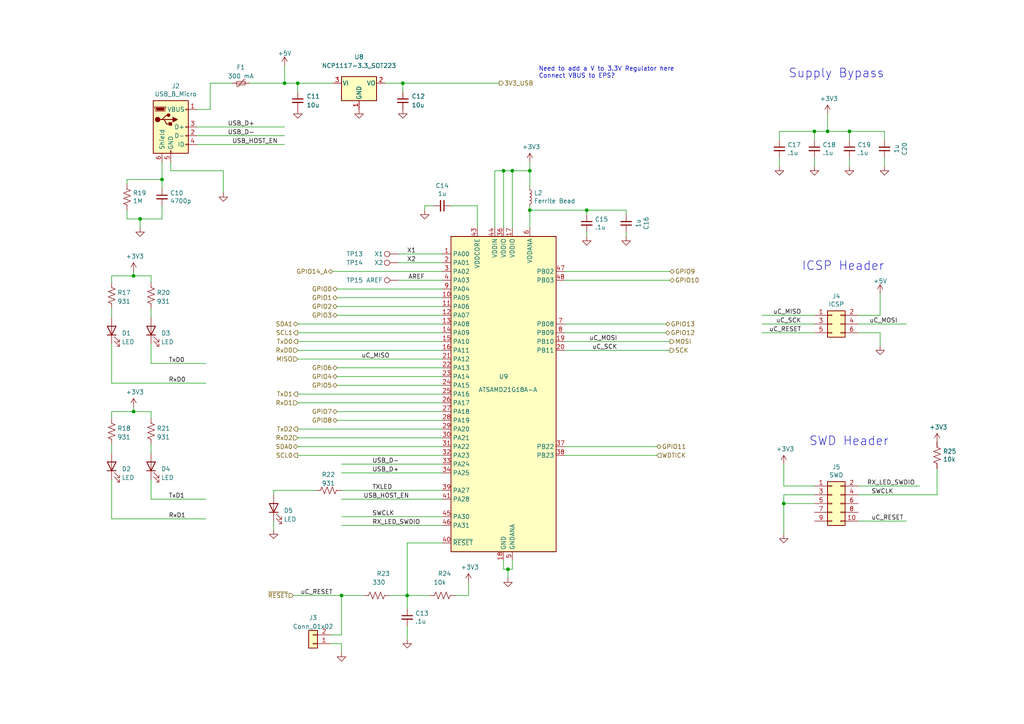
<source format=kicad_sch>
(kicad_sch (version 20230121) (generator eeschema)
  (paper "A4")
  (title_block (title "Avionics Board") (rev "A") (company "SilverSat Limited"))
  (lib_symbols
    (symbol "Avionics_Board-rescue:USB_B_Micro-Connector" (pin_names (offset 1.016))
      (property "Reference" "J" (at -5.08 11.43 0))
      (property "Value" "USB_B_Micro-Connector" (at -5.08 8.89 0))
      (symbol "USB_B_Micro-Connector_0_1"
        (rectangle (start -5.08 -7.62) (end 5.08 7.62) (stroke (width 0.254)) (fill (type background)))
        (circle (center -3.81 2.159) (radius 0.635) (stroke (width 0.254)) (fill (type outline)))
        (circle (center -0.635 3.429) (radius 0.381) (stroke (width 0.254)) (fill (type outline)))
        (rectangle (start -0.127 -7.62) (end 0.127 -6.858))
        (polyline (pts (xy -1.905 2.159) (xy 0.635 2.159)) (stroke (width 0.254)))
        (polyline (pts (xy -3.175 2.159) (xy -2.54 2.159) (xy -1.27 3.429) (xy -0.635 3.429)) (stroke (width 0.254)))
        (polyline (pts (xy -2.54 2.159) (xy -1.905 2.159) (xy -1.27 0.889) (xy 0 0.889)) (stroke (width 0.254)))
        (polyline (pts (xy 0.635 2.794) (xy 0.635 1.524) (xy 1.905 2.159) (xy 0.635 2.794)) (stroke (width 0.254)) (fill (type outline)))
        (polyline (pts (xy -4.318 5.588) (xy -1.778 5.588) (xy -2.032 4.826) (xy -4.064 4.826) (xy -4.318 5.588)) (fill (type outline)))
        (polyline (pts (xy -4.699 5.842) (xy -4.699 5.588) (xy -4.445 4.826) (xy -4.445 4.572) (xy -1.651 4.572) (xy -1.651 4.826) (xy -1.397 5.588) (xy -1.397 5.842) (xy -4.699 5.842)))
        (rectangle (start 0.254 1.27) (end -0.508 0.508) (stroke (width 0.254)) (fill (type outline)))
        (rectangle (start 5.08 -5.207) (end 4.318 -4.953))
        (rectangle (start 5.08 -2.667) (end 4.318 -2.413))
        (rectangle (start 5.08 -0.127) (end 4.318 0.127))
        (rectangle (start 5.08 4.953) (end 4.318 5.207))
      )
      (symbol "USB_B_Micro-Connector_1_1"
        (pin power_out line (at 7.62 5.08 180) (length 2.54) (name "VBUS") (number "1"))
        (pin passive line (at 7.62 -2.54 180) (length 2.54) (name "D-") (number "2"))
        (pin passive line (at 7.62 0 180) (length 2.54) (name "D+") (number "3"))
        (pin passive line (at 7.62 -5.08 180) (length 2.54) (name "ID") (number "4"))
        (pin power_out line (at 0 -10.16 90) (length 2.54) (name "GND") (number "5"))
        (pin passive line (at -2.54 -10.16 90) (length 2.54) (name "Shield") (number "6"))
      )
    )
    (symbol "Connector:TestPoint" (pin_numbers hide) (pin_names (offset 0.762) hide)
      (property "Reference" "TP" (at 0 6.858 0))
      (property "Value" "TestPoint" (at 0 5.08 0))
      (symbol "TestPoint_0_1"
        (circle (center 0 3.302) (radius 0.762))
      )
      (symbol "TestPoint_1_1"
        (pin passive line (at 0 0 90) (length 2.54) (name "1") (number "1"))
      )
    )
    (symbol "Connector_Generic:Conn_01x02" (pin_names (offset 1.016) hide)
      (property "Reference" "J" (at 0 2.54 0))
      (property "Value" "Conn_01x02" (at 0 -5.08 0))
      (symbol "Conn_01x02_1_1"
        (rectangle (start -1.27 -2.413) (end 0 -2.667) (stroke (width 0.1524)))
        (rectangle (start -1.27 0.127) (end 0 -0.127) (stroke (width 0.1524)))
        (rectangle (start -1.27 1.27) (end 1.27 -3.81) (stroke (width 0.254)) (fill (type background)))
        (pin passive line (at -5.08 0 0) (length 3.81) (name "Pin_1") (number "1"))
        (pin passive line (at -5.08 -2.54 0) (length 3.81) (name "Pin_2") (number "2"))
      )
    )
    (symbol "Connector_Generic:Conn_02x03_Odd_Even" (pin_names (offset 1.016) hide)
      (property "Reference" "J" (at 1.27 5.08 0))
      (property "Value" "Conn_02x03_Odd_Even" (at 1.27 -5.08 0))
      (symbol "Conn_02x03_Odd_Even_1_1"
        (rectangle (start -1.27 -2.413) (end 0 -2.667) (stroke (width 0.1524)))
        (rectangle (start -1.27 0.127) (end 0 -0.127) (stroke (width 0.1524)))
        (rectangle (start -1.27 2.667) (end 0 2.413) (stroke (width 0.1524)))
        (rectangle (start -1.27 3.81) (end 3.81 -3.81) (stroke (width 0.254)) (fill (type background)))
        (rectangle (start 3.81 -2.413) (end 2.54 -2.667) (stroke (width 0.1524)))
        (rectangle (start 3.81 0.127) (end 2.54 -0.127) (stroke (width 0.1524)))
        (rectangle (start 3.81 2.667) (end 2.54 2.413) (stroke (width 0.1524)))
        (pin passive line (at -5.08 2.54 0) (length 3.81) (name "Pin_1") (number "1"))
        (pin passive line (at 7.62 2.54 180) (length 3.81) (name "Pin_2") (number "2"))
        (pin passive line (at -5.08 0 0) (length 3.81) (name "Pin_3") (number "3"))
        (pin passive line (at 7.62 0 180) (length 3.81) (name "Pin_4") (number "4"))
        (pin passive line (at -5.08 -2.54 0) (length 3.81) (name "Pin_5") (number "5"))
        (pin passive line (at 7.62 -2.54 180) (length 3.81) (name "Pin_6") (number "6"))
      )
    )
    (symbol "Connector_Generic:Conn_02x05_Odd_Even" (pin_names (offset 1.016) hide)
      (property "Reference" "J" (at 1.27 7.62 0))
      (property "Value" "Conn_02x05_Odd_Even" (at 1.27 -7.62 0))
      (symbol "Conn_02x05_Odd_Even_1_1"
        (rectangle (start -1.27 -4.953) (end 0 -5.207) (stroke (width 0.1524)))
        (rectangle (start -1.27 -2.413) (end 0 -2.667) (stroke (width 0.1524)))
        (rectangle (start -1.27 0.127) (end 0 -0.127) (stroke (width 0.1524)))
        (rectangle (start -1.27 2.667) (end 0 2.413) (stroke (width 0.1524)))
        (rectangle (start -1.27 5.207) (end 0 4.953) (stroke (width 0.1524)))
        (rectangle (start -1.27 6.35) (end 3.81 -6.35) (stroke (width 0.254)) (fill (type background)))
        (rectangle (start 3.81 -4.953) (end 2.54 -5.207) (stroke (width 0.1524)))
        (rectangle (start 3.81 -2.413) (end 2.54 -2.667) (stroke (width 0.1524)))
        (rectangle (start 3.81 0.127) (end 2.54 -0.127) (stroke (width 0.1524)))
        (rectangle (start 3.81 2.667) (end 2.54 2.413) (stroke (width 0.1524)))
        (rectangle (start 3.81 5.207) (end 2.54 4.953) (stroke (width 0.1524)))
        (pin passive line (at -5.08 5.08 0) (length 3.81) (name "Pin_1") (number "1"))
        (pin passive line (at 7.62 -5.08 180) (length 3.81) (name "Pin_10") (number "10"))
        (pin passive line (at 7.62 5.08 180) (length 3.81) (name "Pin_2") (number "2"))
        (pin passive line (at -5.08 2.54 0) (length 3.81) (name "Pin_3") (number "3"))
        (pin passive line (at 7.62 2.54 180) (length 3.81) (name "Pin_4") (number "4"))
        (pin passive line (at -5.08 0 0) (length 3.81) (name "Pin_5") (number "5"))
        (pin passive line (at 7.62 0 180) (length 3.81) (name "Pin_6") (number "6"))
        (pin passive line (at -5.08 -2.54 0) (length 3.81) (name "Pin_7") (number "7"))
        (pin passive line (at 7.62 -2.54 180) (length 3.81) (name "Pin_8") (number "8"))
        (pin passive line (at -5.08 -5.08 0) (length 3.81) (name "Pin_9") (number "9"))
      )
    )
    (symbol "Device:C_Small" (pin_numbers hide) (pin_names (offset 0.254) hide)
      (property "Reference" "C" (at 0.254 1.778 0))
      (property "Value" "C_Small" (at 0.254 -2.032 0))
      (symbol "C_Small_0_1"
        (polyline (pts (xy -1.524 -0.508) (xy 1.524 -0.508)) (stroke (width 0.3302)))
        (polyline (pts (xy -1.524 0.508) (xy 1.524 0.508)) (stroke (width 0.3048)))
      )
      (symbol "C_Small_1_1"
        (pin passive line (at 0 2.54 270) (length 2.032) (name "~") (number "1"))
        (pin passive line (at 0 -2.54 90) (length 2.032) (name "~") (number "2"))
      )
    )
    (symbol "Device:LED" (pin_numbers hide) (pin_names (offset 1.016) hide)
      (property "Reference" "D" (at 0 2.54 0))
      (property "Value" "LED" (at 0 -2.54 0))
      (symbol "LED_0_1"
        (polyline (pts (xy -1.27 -1.27) (xy -1.27 1.27)) (stroke (width 0.254)))
        (polyline (pts (xy -1.27 0) (xy 1.27 0)))
        (polyline (pts (xy 1.27 -1.27) (xy 1.27 1.27) (xy -1.27 0) (xy 1.27 -1.27)) (stroke (width 0.254)))
        (polyline (pts (xy -3.048 -0.762) (xy -4.572 -2.286) (xy -3.81 -2.286) (xy -4.572 -2.286) (xy -4.572 -1.524)))
        (polyline (pts (xy -1.778 -0.762) (xy -3.302 -2.286) (xy -2.54 -2.286) (xy -3.302 -2.286) (xy -3.302 -1.524)))
      )
      (symbol "LED_1_1"
        (pin passive line (at -3.81 0 0) (length 2.54) (name "K") (number "1"))
        (pin passive line (at 3.81 0 180) (length 2.54) (name "A") (number "2"))
      )
    )
    (symbol "Device:L_Small" (pin_numbers hide) (pin_names (offset 0.254) hide)
      (property "Reference" "L" (at 0.762 1.016 0))
      (property "Value" "L_Small" (at 0.762 -1.016 0))
      (symbol "L_Small_0_1"
        (arc (start 0 -2.032) (mid 0.5058 -1.524) (end 0 -1.016))
        (arc (start 0 -1.016) (mid 0.5058 -0.508) (end 0 0))
        (arc (start 0 0) (mid 0.5058 0.508) (end 0 1.016))
        (arc (start 0 1.016) (mid 0.5058 1.524) (end 0 2.032))
      )
      (symbol "L_Small_1_1"
        (pin passive line (at 0 2.54 270) (length 0.508) (name "~") (number "1"))
        (pin passive line (at 0 -2.54 90) (length 0.508) (name "~") (number "2"))
      )
    )
    (symbol "Device:Polyfuse_Small" (pin_numbers hide) (pin_names (offset 0))
      (property "Reference" "F" (at -1.905 0 90))
      (property "Value" "Polyfuse_Small" (at 1.905 0 90))
      (symbol "Polyfuse_Small_0_1"
        (rectangle (start -0.508 1.27) (end 0.508 -1.27))
        (polyline (pts (xy 0 2.54) (xy 0 -2.54)))
        (polyline (pts (xy -1.016 1.27) (xy -1.016 0.762) (xy 1.016 -0.762) (xy 1.016 -1.27)))
      )
      (symbol "Polyfuse_Small_1_1"
        (pin passive line (at 0 2.54 270) (length 0.635) (name "~") (number "1"))
        (pin passive line (at 0 -2.54 90) (length 0.635) (name "~") (number "2"))
      )
    )
    (symbol "Device:R_US" (pin_numbers hide) (pin_names (offset 0))
      (property "Reference" "R" (at 2.54 0 90))
      (property "Value" "R_US" (at -2.54 0 90))
      (symbol "R_US_0_1"
        (polyline (pts (xy 0 -2.286) (xy 0 -2.54)))
        (polyline (pts (xy 0 2.286) (xy 0 2.54)))
        (polyline (pts (xy 0 -0.762) (xy 1.016 -1.143) (xy 0 -1.524) (xy -1.016 -1.905) (xy 0 -2.286)))
        (polyline (pts (xy 0 0.762) (xy 1.016 0.381) (xy 0 0) (xy -1.016 -0.381) (xy 0 -0.762)))
        (polyline (pts (xy 0 2.286) (xy 1.016 1.905) (xy 0 1.524) (xy -1.016 1.143) (xy 0 0.762)))
      )
      (symbol "R_US_1_1"
        (pin passive line (at 0 3.81 270) (length 1.27) (name "~") (number "1"))
        (pin passive line (at 0 -3.81 90) (length 1.27) (name "~") (number "2"))
      )
    )
    (symbol "MCU_Microchip_SAMD:ATSAMD21G18A-A"
      (property "Reference" "U" (at -13.97 46.99 0))
      (property "Value" "ATSAMD21G18A-A" (at 16.51 46.99 0))
      (symbol "ATSAMD21G18A-A_0_1"
        (rectangle (start -15.24 45.72) (end 15.24 -45.72) (stroke (width 0.254)) (fill (type background)))
      )
      (symbol "ATSAMD21G18A-A_1_1"
        (pin bidirectional line (at -17.78 40.64 0) (length 2.54) (name "PA00") (number "1"))
        (pin bidirectional line (at -17.78 27.94 0) (length 2.54) (name "PA05") (number "10"))
        (pin bidirectional line (at -17.78 25.4 0) (length 2.54) (name "PA06") (number "11"))
        (pin bidirectional line (at -17.78 22.86 0) (length 2.54) (name "PA07") (number "12"))
        (pin bidirectional line (at -17.78 20.32 0) (length 2.54) (name "PA08") (number "13"))
        (pin bidirectional line (at -17.78 17.78 0) (length 2.54) (name "PA09") (number "14"))
        (pin bidirectional line (at -17.78 15.24 0) (length 2.54) (name "PA10") (number "15"))
        (pin bidirectional line (at -17.78 12.7 0) (length 2.54) (name "PA11") (number "16"))
        (pin power_in line (at 2.54 48.26 270) (length 2.54) (name "VDDIO") (number "17"))
        (pin power_in line (at 0 -48.26 90) (length 2.54) (name "GND") (number "18"))
        (pin bidirectional line (at 17.78 15.24 180) (length 2.54) (name "PB10") (number "19"))
        (pin bidirectional line (at -17.78 38.1 0) (length 2.54) (name "PA01") (number "2"))
        (pin bidirectional line (at 17.78 12.7 180) (length 2.54) (name "PB11") (number "20"))
        (pin bidirectional line (at -17.78 10.16 0) (length 2.54) (name "PA12") (number "21"))
        (pin bidirectional line (at -17.78 7.62 0) (length 2.54) (name "PA13") (number "22"))
        (pin bidirectional line (at -17.78 5.08 0) (length 2.54) (name "PA14") (number "23"))
        (pin bidirectional line (at -17.78 2.54 0) (length 2.54) (name "PA15") (number "24"))
        (pin bidirectional line (at -17.78 0 0) (length 2.54) (name "PA16") (number "25"))
        (pin bidirectional line (at -17.78 -2.54 0) (length 2.54) (name "PA17") (number "26"))
        (pin bidirectional line (at -17.78 -5.08 0) (length 2.54) (name "PA18") (number "27"))
        (pin bidirectional line (at -17.78 -7.62 0) (length 2.54) (name "PA19") (number "28"))
        (pin bidirectional line (at -17.78 -10.16 0) (length 2.54) (name "PA20") (number "29"))
        (pin bidirectional line (at -17.78 35.56 0) (length 2.54) (name "PA02") (number "3"))
        (pin bidirectional line (at -17.78 -12.7 0) (length 2.54) (name "PA21") (number "30"))
        (pin bidirectional line (at -17.78 -15.24 0) (length 2.54) (name "PA22") (number "31"))
        (pin bidirectional line (at -17.78 -17.78 0) (length 2.54) (name "PA23") (number "32"))
        (pin bidirectional line (at -17.78 -20.32 0) (length 2.54) (name "PA24") (number "33"))
        (pin bidirectional line (at -17.78 -22.86 0) (length 2.54) (name "PA25") (number "34"))
        (pin passive line (at 0 -48.26 90) (length 2.54) hide (name "GND") (number "35"))
        (pin power_in line (at 0 48.26 270) (length 2.54) (name "VDDIO") (number "36"))
        (pin bidirectional line (at 17.78 -15.24 180) (length 2.54) (name "PB22") (number "37"))
        (pin bidirectional line (at 17.78 -17.78 180) (length 2.54) (name "PB23") (number "38"))
        (pin bidirectional line (at -17.78 -27.94 0) (length 2.54) (name "PA27") (number "39"))
        (pin bidirectional line (at -17.78 33.02 0) (length 2.54) (name "PA03") (number "4"))
        (pin input line (at -17.78 -43.18 0) (length 2.54) (name "~{RESET}") (number "40"))
        (pin bidirectional line (at -17.78 -30.48 0) (length 2.54) (name "PA28") (number "41"))
        (pin passive line (at 0 -48.26 90) (length 2.54) hide (name "GND") (number "42"))
        (pin power_out line (at -7.62 48.26 270) (length 2.54) (name "VDDCORE") (number "43"))
        (pin power_in line (at -2.54 48.26 270) (length 2.54) (name "VDDIN") (number "44"))
        (pin bidirectional line (at -17.78 -35.56 0) (length 2.54) (name "PA30") (number "45"))
        (pin bidirectional line (at -17.78 -38.1 0) (length 2.54) (name "PA31") (number "46"))
        (pin bidirectional line (at 17.78 35.56 180) (length 2.54) (name "PB02") (number "47"))
        (pin bidirectional line (at 17.78 33.02 180) (length 2.54) (name "PB03") (number "48"))
        (pin power_in line (at 2.54 -48.26 90) (length 2.54) (name "GNDANA") (number "5"))
        (pin power_in line (at 7.62 48.26 270) (length 2.54) (name "VDDANA") (number "6"))
        (pin bidirectional line (at 17.78 20.32 180) (length 2.54) (name "PB08") (number "7"))
        (pin bidirectional line (at 17.78 17.78 180) (length 2.54) (name "PB09") (number "8"))
        (pin bidirectional line (at -17.78 30.48 0) (length 2.54) (name "PA04") (number "9"))
      )
    )
    (symbol "Regulator_Linear:NCP1117-3.3_SOT223" (pin_names (offset 0.254))
      (property "Reference" "U" (at -3.81 3.175 0))
      (property "Value" "NCP1117-3.3_SOT223" (at 0 3.175 0))
      (symbol "NCP1117-3.3_SOT223_0_1"
        (rectangle (start -5.08 -5.08) (end 5.08 1.905) (stroke (width 0.254)) (fill (type background)))
      )
      (symbol "NCP1117-3.3_SOT223_1_1"
        (pin power_in line (at 0 -7.62 90) (length 2.54) (name "GND") (number "1"))
        (pin power_out line (at 7.62 0 180) (length 2.54) (name "VO") (number "2"))
        (pin power_in line (at -7.62 0 0) (length 2.54) (name "VI") (number "3"))
      )
    )
    (symbol "power:+3.3V" (power) (pin_names (offset 0))
      (property "Value" "+3.3V" (at 0 3.556 0))
      (symbol "+3.3V_0_1"
        (polyline (pts (xy -0.762 1.27) (xy 0 2.54)))
        (polyline (pts (xy 0 0) (xy 0 2.54)))
        (polyline (pts (xy 0 2.54) (xy 0.762 1.27)))
      )
      (symbol "+3.3V_1_1"
        (pin power_in line (at 0 0 90) (length 0) hide (name "+3V3") (number "1"))
      )
    )
    (symbol "power:+5V" (power) (pin_names (offset 0))
      (property "Value" "+5V" (at 0 3.556 0))
      (symbol "+5V_0_1"
        (polyline (pts (xy -0.762 1.27) (xy 0 2.54)))
        (polyline (pts (xy 0 0) (xy 0 2.54)))
        (polyline (pts (xy 0 2.54) (xy 0.762 1.27)))
      )
      (symbol "+5V_1_1"
        (pin power_in line (at 0 0 90) (length 0) hide (name "+5V") (number "1"))
      )
    )
    (symbol "power:GND" (power) (pin_names (offset 0))
      (property "Value" "GND" (at 0 -3.81 0))
      (symbol "GND_0_1"
        (polyline (pts (xy 0 0) (xy 0 -1.27) (xy 1.27 -1.27) (xy 0 -2.54) (xy -1.27 -1.27) (xy 0 -1.27)))
      )
      (symbol "GND_1_1"
        (pin power_in line (at 0 0 270) (length 0) hide (name "GND") (number "1"))
      )
    )
  )
  (junction (at 236.22 38.1))
  (junction (at 86.36 24.13))
  (junction (at 82.55 24.13))
  (junction (at 227.33 146.05))
  (junction (at 118.11 172.72))
  (junction (at 99.06 172.72))
  (junction (at 38.735 80.01))
  (junction (at 46.99 52.07))
  (junction (at 116.84 24.13))
  (junction (at 153.67 49.53))
  (junction (at 146.05 49.53))
  (junction (at 40.64 63.5))
  (junction (at 148.59 49.53))
  (junction (at 170.18 60.96))
  (junction (at 246.38 38.1))
  (junction (at 147.32 165.1))
  (junction (at 153.67 60.96))
  (junction (at 38.735 119.38))
  (junction (at 240.03 38.1))
  (wire (pts (xy 111.76 24.13) (xy 116.84 24.13)))
  (wire (pts (xy 226.06 45.72) (xy 226.06 48.26)))
  (wire (pts (xy 38.735 118.11) (xy 38.735 119.38)))
  (wire (pts (xy 236.22 96.52) (xy 220.98 96.52)))
  (wire (pts (xy 146.05 66.04) (xy 146.05 49.53)))
  (wire (pts (xy 38.735 119.38) (xy 43.815 119.38)))
  (wire (pts (xy 97.79 106.68) (xy 128.27 106.68)))
  (wire (pts (xy 97.79 91.44) (xy 128.27 91.44)))
  (wire (pts (xy 170.18 62.23) (xy 170.18 60.96)))
  (wire (pts (xy 95.885 186.69) (xy 99.06 186.69)))
  (wire (pts (xy 128.27 76.2) (xy 115.57 76.2)))
  (wire (pts (xy 97.79 111.76) (xy 128.27 111.76)))
  (wire (pts (xy 236.22 93.98) (xy 220.98 93.98)))
  (wire (pts (xy 148.59 66.04) (xy 148.59 49.53)))
  (wire (pts (xy 36.83 52.07) (xy 36.83 53.34)))
  (wire (pts (xy 57.15 31.75) (xy 60.96 31.75)))
  (wire (pts (xy 105.41 172.72) (xy 99.06 172.72)))
  (wire (pts (xy 128.27 142.24) (xy 99.06 142.24)))
  (wire (pts (xy 49.53 49.53) (xy 64.77 49.53)))
  (wire (pts (xy 128.27 137.16) (xy 99.06 137.16)))
  (wire (pts (xy 236.22 146.05) (xy 227.33 146.05)))
  (wire (pts (xy 46.99 54.61) (xy 46.99 52.07)))
  (wire (pts (xy 147.32 167.64) (xy 147.32 165.1)))
  (wire (pts (xy 128.27 81.28) (xy 115.57 81.28)))
  (wire (pts (xy 46.99 52.07) (xy 36.83 52.07)))
  (wire (pts (xy 123.19 59.69) (xy 125.73 59.69)))
  (wire (pts (xy 128.27 78.74) (xy 96.52 78.74)))
  (wire (pts (xy 97.79 119.38) (xy 128.27 119.38)))
  (wire (pts (xy 236.22 38.1) (xy 240.03 38.1)))
  (wire (pts (xy 240.03 33.02) (xy 240.03 38.1)))
  (wire (pts (xy 240.03 38.1) (xy 246.38 38.1)))
  (wire (pts (xy 128.27 114.3) (xy 86.36 114.3)))
  (wire (pts (xy 256.54 38.1) (xy 246.38 38.1)))
  (wire (pts (xy 43.815 105.41) (xy 59.69 105.41)))
  (wire (pts (xy 181.61 62.23) (xy 181.61 60.96)))
  (wire (pts (xy 148.59 49.53) (xy 153.67 49.53)))
  (wire (pts (xy 128.27 101.6) (xy 86.36 101.6)))
  (wire (pts (xy 32.385 121.285) (xy 32.385 119.38)))
  (wire (pts (xy 86.36 127) (xy 128.27 127)))
  (wire (pts (xy 128.27 83.82) (xy 97.79 83.82)))
  (wire (pts (xy 38.735 78.74) (xy 38.735 80.01)))
  (wire (pts (xy 128.27 121.92) (xy 97.79 121.92)))
  (wire (pts (xy 128.27 104.14) (xy 86.36 104.14)))
  (wire (pts (xy 143.51 49.53) (xy 146.05 49.53)))
  (wire (pts (xy 116.84 24.13) (xy 144.78 24.13)))
  (wire (pts (xy 57.15 41.91) (xy 82.55 41.91)))
  (wire (pts (xy 163.83 81.28) (xy 194.31 81.28)))
  (wire (pts (xy 236.22 143.51) (xy 227.33 143.51)))
  (wire (pts (xy 49.53 46.99) (xy 49.53 49.53)))
  (wire (pts (xy 227.33 143.51) (xy 227.33 146.05)))
  (wire (pts (xy 128.27 88.9) (xy 97.79 88.9)))
  (wire (pts (xy 60.96 31.75) (xy 60.96 24.13)))
  (wire (pts (xy 128.27 134.62) (xy 99.06 134.62)))
  (wire (pts (xy 82.55 24.13) (xy 82.55 19.05)))
  (wire (pts (xy 128.27 149.86) (xy 99.06 149.86)))
  (wire (pts (xy 153.67 66.04) (xy 153.67 60.96)))
  (wire (pts (xy 248.92 143.51) (xy 271.78 143.51)))
  (wire (pts (xy 36.83 60.96) (xy 36.83 63.5)))
  (wire (pts (xy 163.83 96.52) (xy 193.04 96.52)))
  (wire (pts (xy 236.22 45.72) (xy 236.22 48.26)))
  (wire (pts (xy 38.735 80.01) (xy 43.815 80.01)))
  (wire (pts (xy 163.83 99.06) (xy 194.31 99.06)))
  (wire (pts (xy 135.89 168.91) (xy 135.89 172.72)))
  (wire (pts (xy 271.78 143.51) (xy 271.78 135.89)))
  (wire (pts (xy 135.89 172.72) (xy 132.08 172.72)))
  (wire (pts (xy 40.64 63.5) (xy 46.99 63.5)))
  (wire (pts (xy 32.385 80.01) (xy 38.735 80.01)))
  (wire (pts (xy 143.51 66.04) (xy 143.51 49.53)))
  (wire (pts (xy 147.32 165.1) (xy 148.59 165.1)))
  (wire (pts (xy 146.05 49.53) (xy 148.59 49.53)))
  (wire (pts (xy 43.815 89.535) (xy 43.815 92.075)))
  (wire (pts (xy 153.67 46.99) (xy 153.67 49.53)))
  (wire (pts (xy 248.92 96.52) (xy 255.27 96.52)))
  (wire (pts (xy 248.92 151.13) (xy 262.89 151.13)))
  (wire (pts (xy 170.18 68.58) (xy 170.18 67.31)))
  (wire (pts (xy 79.375 142.24) (xy 79.375 143.51)))
  (wire (pts (xy 72.39 24.13) (xy 82.55 24.13)))
  (wire (pts (xy 32.385 81.915) (xy 32.385 80.01)))
  (wire (pts (xy 32.385 119.38) (xy 38.735 119.38)))
  (wire (pts (xy 43.815 99.695) (xy 43.815 105.41)))
  (wire (pts (xy 32.385 99.695) (xy 32.385 111.125)))
  (wire (pts (xy 86.36 96.52) (xy 128.27 96.52)))
  (wire (pts (xy 99.06 172.72) (xy 99.06 184.15)))
  (wire (pts (xy 32.385 128.905) (xy 32.385 131.445)))
  (wire (pts (xy 40.64 66.04) (xy 40.64 63.5)))
  (wire (pts (xy 36.83 63.5) (xy 40.64 63.5)))
  (wire (pts (xy 118.11 172.72) (xy 113.03 172.72)))
  (wire (pts (xy 128.27 144.78) (xy 99.06 144.78)))
  (wire (pts (xy 227.33 140.97) (xy 227.33 134.62)))
  (wire (pts (xy 236.22 40.64) (xy 236.22 38.1)))
  (wire (pts (xy 46.99 46.99) (xy 46.99 52.07)))
  (wire (pts (xy 146.05 165.1) (xy 147.32 165.1)))
  (wire (pts (xy 86.36 24.13) (xy 86.36 26.67)))
  (wire (pts (xy 128.27 132.08) (xy 86.36 132.08)))
  (wire (pts (xy 32.385 111.125) (xy 59.69 111.125)))
  (wire (pts (xy 118.11 172.72) (xy 118.11 176.53)))
  (wire (pts (xy 96.52 24.13) (xy 86.36 24.13)))
  (wire (pts (xy 86.36 93.98) (xy 128.27 93.98)))
  (wire (pts (xy 163.83 132.08) (xy 190.5 132.08)))
  (wire (pts (xy 32.385 150.495) (xy 59.69 150.495)))
  (wire (pts (xy 128.27 116.84) (xy 86.36 116.84)))
  (wire (pts (xy 248.92 140.97) (xy 266.7 140.97)))
  (wire (pts (xy 95.885 184.15) (xy 99.06 184.15)))
  (wire (pts (xy 116.84 24.13) (xy 116.84 26.67)))
  (wire (pts (xy 138.43 66.04) (xy 138.43 59.69)))
  (wire (pts (xy 43.815 80.01) (xy 43.815 81.915)))
  (wire (pts (xy 138.43 59.69) (xy 130.81 59.69)))
  (wire (pts (xy 227.33 146.05) (xy 227.33 154.94)))
  (wire (pts (xy 32.385 139.065) (xy 32.385 150.495)))
  (wire (pts (xy 57.15 39.37) (xy 82.55 39.37)))
  (wire (pts (xy 256.54 38.1) (xy 256.54 40.64)))
  (wire (pts (xy 124.46 172.72) (xy 118.11 172.72)))
  (wire (pts (xy 86.36 124.46) (xy 128.27 124.46)))
  (wire (pts (xy 163.83 129.54) (xy 190.5 129.54)))
  (wire (pts (xy 118.11 185.42) (xy 118.11 181.61)))
  (wire (pts (xy 246.38 45.72) (xy 246.38 48.26)))
  (wire (pts (xy 43.815 119.38) (xy 43.815 121.285)))
  (wire (pts (xy 181.61 68.58) (xy 181.61 67.31)))
  (wire (pts (xy 128.27 99.06) (xy 86.36 99.06)))
  (wire (pts (xy 43.815 128.905) (xy 43.815 131.445)))
  (wire (pts (xy 32.385 89.535) (xy 32.385 92.075)))
  (wire (pts (xy 46.99 63.5) (xy 46.99 59.69)))
  (wire (pts (xy 64.77 49.53) (xy 64.77 55.88)))
  (wire (pts (xy 118.11 157.48) (xy 128.27 157.48)))
  (wire (pts (xy 97.79 86.36) (xy 128.27 86.36)))
  (wire (pts (xy 43.815 139.065) (xy 43.815 144.78)))
  (wire (pts (xy 60.96 24.13) (xy 67.31 24.13)))
  (wire (pts (xy 170.18 60.96) (xy 153.67 60.96)))
  (wire (pts (xy 97.79 109.22) (xy 128.27 109.22)))
  (wire (pts (xy 86.36 129.54) (xy 128.27 129.54)))
  (wire (pts (xy 85.09 172.72) (xy 99.06 172.72)))
  (wire (pts (xy 123.19 60.96) (xy 123.19 59.69)))
  (wire (pts (xy 236.22 140.97) (xy 227.33 140.97)))
  (wire (pts (xy 148.59 165.1) (xy 148.59 162.56)))
  (wire (pts (xy 99.06 186.69) (xy 99.06 189.23)))
  (wire (pts (xy 146.05 162.56) (xy 146.05 165.1)))
  (wire (pts (xy 255.27 96.52) (xy 255.27 100.33)))
  (wire (pts (xy 91.44 142.24) (xy 79.375 142.24)))
  (wire (pts (xy 226.06 40.64) (xy 226.06 38.1)))
  (wire (pts (xy 82.55 24.13) (xy 86.36 24.13)))
  (wire (pts (xy 181.61 60.96) (xy 170.18 60.96)))
  (wire (pts (xy 128.27 152.4) (xy 99.06 152.4)))
  (wire (pts (xy 79.375 151.13) (xy 79.375 153.67)))
  (wire (pts (xy 163.83 101.6) (xy 194.31 101.6)))
  (wire (pts (xy 256.54 48.26) (xy 256.54 45.72)))
  (wire (pts (xy 153.67 54.61) (xy 153.67 49.53)))
  (wire (pts (xy 236.22 91.44) (xy 220.98 91.44)))
  (wire (pts (xy 118.11 157.48) (xy 118.11 172.72)))
  (wire (pts (xy 43.815 144.78) (xy 59.69 144.78)))
  (wire (pts (xy 246.38 38.1) (xy 246.38 40.64)))
  (wire (pts (xy 248.92 93.98) (xy 262.89 93.98)))
  (wire (pts (xy 255.27 91.44) (xy 255.27 85.09)))
  (wire (pts (xy 153.67 60.96) (xy 153.67 59.69)))
  (wire (pts (xy 163.83 78.74) (xy 194.31 78.74)))
  (wire (pts (xy 128.27 73.66) (xy 115.57 73.66)))
  (wire (pts (xy 226.06 38.1) (xy 236.22 38.1)))
  (wire (pts (xy 163.83 93.98) (xy 193.04 93.98)))
  (wire (pts (xy 57.15 36.83) (xy 82.55 36.83)))
  (wire (pts (xy 248.92 91.44) (xy 255.27 91.44)))
  (text "Need to add a V to 3.3V Regulator here\nConnect VBUS to EPS?" (at 156.21 22.86 0) (effects (font (size 1.27 1.27)) (justify left bottom)))
  (text "ICSP Header" (at 256.54 78.74 0) (effects (font (size 2.54 2.54)) (justify right bottom)))
  (text "SWD Header" (at 257.81 129.54 0) (effects (font (size 2.54 2.54)) (justify right bottom)))
  (text "Supply Bypass" (at 256.54 22.86 0) (effects (font (size 2.54 2.54)) (justify right bottom)))
  (label "X1" (at 120.65 73.66 180))
  (label "USB_D+" (at 107.95 137.16 0))
  (label "uC_RESET" (at 252.73 151.13 0))
  (label "USB_HOST_EN" (at 105.41 144.78 0))
  (label "RX_LED_SWDIO" (at 251.46 140.97 0))
  (label "RX_LED_SWDIO" (at 107.95 152.4 0))
  (label "RxD1" (at 48.895 150.495 0))
  (label "SWCLK" (at 252.73 143.51 0))
  (label "TXLED" (at 107.95 142.24 0))
  (label "AREF" (at 123.19 81.28 180))
  (label "TxD0" (at 48.895 105.41 0))
  (label "uC_MOSI" (at 260.35 93.98 180))
  (label "uC_SCK" (at 179.07 101.6 180))
  (label "USB_D-" (at 107.95 134.62 0))
  (label "uC_MOSI" (at 179.07 99.06 180))
  (label "uC_SCK" (at 232.41 93.98 180))
  (label "SWCLK" (at 107.95 149.86 0))
  (label "uC_MISO" (at 232.41 91.44 180))
  (label "RxD0" (at 48.895 111.125 0))
  (label "X2" (at 120.65 76.2 180))
  (label "TxD1" (at 48.895 144.78 0))
  (label "USB_HOST_EN" (at 67.31 41.91 0))
  (label "uC_MISO" (at 113.03 104.14 180))
  (label "USB_D+" (at 66.04 36.83 0))
  (label "USB_D-" (at 66.04 39.37 0))
  (label "uC_RESET" (at 96.52 172.72 180))
  (label "uC_RESET" (at 232.41 96.52 180))
  (hierarchical_label "GPIO6" (shape bidirectional) (at 97.79 106.68 180))
  (hierarchical_label "GPIO2" (shape bidirectional) (at 97.79 88.9 180))
  (hierarchical_label "3V3_USB" (shape output) (at 144.78 24.13 0))
  (hierarchical_label "GPIO13" (shape bidirectional) (at 193.04 93.98 0))
  (hierarchical_label "GPIO9" (shape bidirectional) (at 194.31 78.74 0))
  (hierarchical_label "GPIO3" (shape bidirectional) (at 97.79 91.44 180))
  (hierarchical_label "GPIO11" (shape bidirectional) (at 190.5 129.54 0))
  (hierarchical_label "SCL0" (shape output) (at 86.36 132.08 180))
  (hierarchical_label "GPIO1" (shape bidirectional) (at 97.79 86.36 180))
  (hierarchical_label "GPIO4" (shape bidirectional) (at 97.79 109.22 180))
  (hierarchical_label "SCK" (shape output) (at 194.31 101.6 0))
  (hierarchical_label "GPIO10" (shape bidirectional) (at 194.31 81.28 0))
  (hierarchical_label "RxD2" (shape input) (at 86.36 127 180))
  (hierarchical_label "RxD0" (shape input) (at 86.36 101.6 180))
  (hierarchical_label "MISO" (shape input) (at 86.36 104.14 180))
  (hierarchical_label "SDA1" (shape bidirectional) (at 86.36 93.98 180))
  (hierarchical_label "~{RESET}" (shape input) (at 85.09 172.72 180))
  (hierarchical_label "GPIO7" (shape bidirectional) (at 97.79 119.38 180))
  (hierarchical_label "TxD0" (shape output) (at 86.36 99.06 180))
  (hierarchical_label "WDTICK" (shape input) (at 190.5 132.08 0))
  (hierarchical_label "GPIO5" (shape bidirectional) (at 97.79 111.76 180))
  (hierarchical_label "TxD2" (shape output) (at 86.36 124.46 180))
  (hierarchical_label "GPIO0" (shape bidirectional) (at 97.79 83.82 180))
  (hierarchical_label "MOSI" (shape output) (at 194.31 99.06 0))
  (hierarchical_label "GPIO14_A" (shape bidirectional) (at 96.52 78.74 180))
  (hierarchical_label "GPIO12" (shape bidirectional) (at 193.04 96.52 0))
  (hierarchical_label "TxD1" (shape output) (at 86.36 114.3 180))
  (hierarchical_label "RxD1" (shape input) (at 86.36 116.84 180))
  (hierarchical_label "GPIO8" (shape bidirectional) (at 97.79 121.92 180))
  (hierarchical_label "SDA0" (shape bidirectional) (at 86.36 129.54 180))
  (hierarchical_label "SCL1" (shape output) (at 86.36 96.52 180))
  (symbol (lib_id "MCU_Microchip_SAMD:ATSAMD21G18A-A") (at 146.05 114.3 0) (unit 1)
    (property "Reference" "U9" (at 146.05 109.22 0))
    (property "Value" "ATSAMD21G18A-A" (at 147.32 113.03 0))
    (property "Datasheet" "http://ww1.microchip.com/downloads/en/DeviceDoc/SAM_D21_DA1_Family_Data%20Sheet_DS40001882E.pdf" (effects hide))
    (property "Manufacturer" "Microchip" (effects hide))
    (property "Part_Number" "ATSAMD21G18A-AF" (effects hide))
    (property "MPN" "ATSAMD21G18A-AF" (effects hide))
  )
  (symbol (lib_id "Device:L_Small") (at 153.67 57.15 0) (unit 1)
    (property "Reference" "L2" (at 154.8892 55.9816 0) (effects (justify left)))
    (property "Value" "Ferrite Bead" (at 154.8892 58.293 0) (effects (justify left)))
    (property "Part_Number" "BLM18SP102SH1D" (effects hide))
    (property "Manufacturer" "Murata" (effects hide))
    (property "MPN" "BLM18SP102SH1D" (effects hide))
  )
  (symbol (lib_id "Device:C_Small") (at 128.27 59.69 270) (unit 1)
    (property "Reference" "C14" (at 128.27 53.8734 90))
    (property "Value" "1u" (at 128.27 56.1848 90))
    (property "Part_Number" "12065C105M4Z2A" (effects hide))
    (property "Manufacturer" "AVX" (effects hide))
    (property "MPN" "12065C105M4Z2A" (effects hide))
  )
  (symbol (lib_id "Device:C_Small") (at 170.18 64.77 0) (unit 1)
    (property "Reference" "C15" (at 172.5168 63.6016 0) (effects (justify left)))
    (property "Value" ".1u" (at 172.5168 65.913 0) (effects (justify left)))
    (property "Part_Number" "06035C104K4Z2A" (effects hide))
    (property "MPN" "06035C104K4Z2A" (effects hide))
  )
  (symbol (lib_id "Device:C_Small") (at 226.06 43.18 0) (unit 1)
    (property "Reference" "C17" (at 228.3968 42.0116 0) (effects (justify left)))
    (property "Value" ".1u" (at 228.3968 44.323 0) (effects (justify left)))
    (property "Part_Number" "06035C104K4Z2A" (effects hide))
    (property "MPN" "06035C104K4Z2A" (effects hide))
  )
  (symbol (lib_id "Device:C_Small") (at 236.22 43.18 0) (unit 1)
    (property "Reference" "C18" (at 238.5568 42.0116 0) (effects (justify left)))
    (property "Value" ".1u" (at 238.5568 44.323 0) (effects (justify left)))
    (property "Part_Number" "06035C104K4Z2A" (effects hide))
    (property "MPN" "06035C104K4Z2A" (effects hide))
  )
  (symbol (lib_id "Device:C_Small") (at 246.38 43.18 0) (unit 1)
    (property "Reference" "C19" (at 248.7168 42.0116 0) (effects (justify left)))
    (property "Value" ".1u" (at 248.7168 44.323 0) (effects (justify left)))
    (property "Part_Number" "06035C104K4Z2A" (effects hide))
    (property "MPN" "06035C104K4Z2A" (effects hide))
  )
  (symbol (lib_id "power:GND") (at 226.06 48.26 0) (unit 1)
    (property "Reference" "#PWR0122" (effects hide))
    (property "Value" "GND" (effects hide))
  )
  (symbol (lib_id "power:GND") (at 236.22 48.26 0) (unit 1)
    (property "Reference" "#PWR0127" (effects hide))
    (property "Value" "GND" (effects hide))
  )
  (symbol (lib_id "power:GND") (at 246.38 48.26 0) (unit 1)
    (property "Reference" "#PWR0125" (effects hide))
    (property "Value" "GND" (effects hide))
  )
  (symbol (lib_id "power:GND") (at 170.18 68.58 0) (unit 1)
    (property "Reference" "#PWR0117" (effects hide))
    (property "Value" "GND" (effects hide))
  )
  (symbol (lib_id "power:GND") (at 123.19 60.96 0) (unit 1)
    (property "Reference" "#PWR0133" (effects hide))
    (property "Value" "GND" (effects hide))
  )
  (symbol (lib_id "power:+3.3V") (at 153.67 46.99 0) (unit 1)
    (property "Reference" "#PWR0118" (effects hide))
    (property "Value" "+3.3V" (at 154.051 42.5958 0))
  )
  (symbol (lib_id "power:GND") (at 147.32 167.64 0) (unit 1)
    (property "Reference" "#PWR0131" (effects hide))
    (property "Value" "GND" (effects hide))
  )
  (symbol (lib_id "power:GND") (at 181.61 68.58 0) (unit 1)
    (property "Reference" "#PWR0119" (effects hide))
    (property "Value" "GND" (effects hide))
  )
  (symbol (lib_id "Device:R_US") (at 128.27 172.72 270) (unit 1)
    (property "Reference" "R24" (at 127 166.37 90) (effects (justify left)))
    (property "Value" "10k" (at 125.73 168.91 90) (effects (justify left)))
    (property "Part_Number" "ERJ-3EKF1002V" (effects hide))
    (property "MPN" "ERJ-3EKF1002V" (effects hide))
  )
  (symbol (lib_id "power:+3.3V") (at 135.89 168.91 0) (unit 1)
    (property "Reference" "#PWR0130" (effects hide))
    (property "Value" "+3.3V" (at 136.271 164.5158 0))
  )
  (symbol (lib_id "Device:R_US") (at 109.22 172.72 270) (unit 1)
    (property "Reference" "R23" (at 109.22 166.37 90) (effects (justify left)))
    (property "Value" "330" (at 107.95 168.91 90) (effects (justify left)))
    (property "Part_Number" "ERJ-3EKF3300V" (effects hide))
  )
  (symbol (lib_id "power:GND") (at 99.06 189.23 0) (unit 1)
    (property "Reference" "#PWR0128" (effects hide))
    (property "Value" "GND" (effects hide))
  )
  (symbol (lib_id "Device:C_Small") (at 118.11 179.07 0) (unit 1)
    (property "Reference" "C13" (at 120.4468 177.9016 0) (effects (justify left)))
    (property "Value" ".1u" (at 120.4468 180.213 0) (effects (justify left)))
    (property "Part_Number" "06035C104K4Z2A" (effects hide))
    (property "MPN" "06035C104K4Z2A" (effects hide))
  )
  (symbol (lib_id "power:GND") (at 118.11 185.42 0) (unit 1)
    (property "Reference" "#PWR0129" (effects hide))
    (property "Value" "GND" (effects hide))
  )
  (symbol (lib_id "Avionics_Board-rescue:USB_B_Micro-Connector") (at 49.53 36.83 0) (unit 1)
    (property "Reference" "J2" (at 50.9778 24.9682 0))
    (property "Value" "USB_B_Micro" (at 50.9778 27.2796 0))
    (property "Part_Number" "105017-0001" (effects hide))
    (property "Manufacturer" "Molex" (effects hide))
    (property "MPN" "105017-0001" (effects hide))
  )
  (symbol (lib_id "Device:C_Small") (at 46.99 57.15 0) (unit 1)
    (property "Reference" "C10" (at 49.3268 55.9816 0) (effects (justify left)))
    (property "Value" "4700p" (at 49.3268 58.293 0) (effects (justify left)))
    (property "Manufacturer" "AVX" (effects hide))
    (property "Part_Number" "06035C472K4Z2A" (effects hide))
  )
  (symbol (lib_id "Device:R_US") (at 36.83 57.15 0) (unit 1)
    (property "Reference" "R19" (at 38.5572 55.9816 0) (effects (justify left)))
    (property "Value" "1M" (at 38.5572 58.293 0) (effects (justify left)))
    (property "Part_Number" "ERJ-3EKF1004V" (effects hide))
    (property "MPN" "ERJ-3EKF1004V" (effects hide))
  )
  (symbol (lib_id "power:GND") (at 40.64 66.04 0) (unit 1)
    (property "Reference" "#PWR0116" (effects hide))
    (property "Value" "GND" (effects hide))
  )
  (symbol (lib_id "power:GND") (at 64.77 55.88 0) (unit 1)
    (property "Reference" "#PWR0115" (effects hide))
    (property "Value" "GND" (effects hide))
  )
  (symbol (lib_id "Connector_Generic:Conn_02x05_Odd_Even") (at 241.3 146.05 0) (unit 1)
    (property "Reference" "J5" (at 242.57 135.4582 0))
    (property "Value" "SWD" (at 242.57 137.7696 0))
    (property "Part_Number" "4048" (effects hide))
    (property "Manufacturer" "Adafruit" (effects hide))
    (property "MPN" "4048" (effects hide))
  )
  (symbol (lib_id "power:+3.3V") (at 227.33 134.62 0) (unit 1)
    (property "Reference" "#PWR0121" (effects hide))
    (property "Value" "+3.3V" (at 227.711 130.2258 0))
  )
  (symbol (lib_id "power:GND") (at 227.33 154.94 0) (unit 1)
    (property "Reference" "#PWR0132" (effects hide))
    (property "Value" "GND" (effects hide))
  )
  (symbol (lib_id "Device:R_US") (at 271.78 132.08 0) (unit 1)
    (property "Reference" "R25" (at 273.5072 130.9116 0) (effects (justify left)))
    (property "Value" "10k" (at 273.5072 133.223 0) (effects (justify left)))
    (property "Part_Number" "ERJ-3EKF1002V" (effects hide))
    (property "MPN" "ERJ-3EKF1002V" (effects hide))
  )
  (symbol (lib_id "power:+3.3V") (at 271.78 128.27 0) (unit 1)
    (property "Reference" "#PWR0120" (effects hide))
    (property "Value" "+3.3V" (at 272.161 123.8758 0))
  )
  (symbol (lib_id "Connector_Generic:Conn_02x03_Odd_Even") (at 241.3 93.98 0) (unit 1)
    (property "Reference" "J4" (at 242.57 85.9282 0))
    (property "Value" "ICSP" (at 242.57 88.2396 0))
  )
  (symbol (lib_id "power:GND") (at 255.27 100.33 0) (unit 1)
    (property "Reference" "#PWR0123" (effects hide))
    (property "Value" "GND" (effects hide))
  )
  (symbol (lib_id "power:+3.3V") (at 240.03 33.02 0) (unit 1)
    (property "Reference" "#PWR0126" (effects hide))
    (property "Value" "+3.3V" (at 240.411 28.6258 0))
  )
  (symbol (lib_id "Device:LED") (at 43.815 95.885 90) (unit 1)
    (property "Reference" "D3" (at 46.736 96.6378 90) (effects (justify right)))
    (property "Value" "LED" (at 46.736 99.1747 90) (effects (justify right)))
  )
  (symbol (lib_id "Connector:TestPoint") (at 115.57 76.2 90) (unit 1)
    (property "Reference" "TP14" (at 102.87 76.2 90))
    (property "Value" "X2" (at 109.855 76.2 90))
  )
  (symbol (lib_id "Device:Polyfuse_Small") (at 69.85 24.13 90) (unit 1)
    (property "Reference" "F1" (at 69.85 19.5412 90))
    (property "Value" "300 mA" (at 69.85 22.0781 90))
    (property "Part_Number" "PICOASMDC012S-2" (effects hide))
    (property "Manufacturer" "Littelfuse" (effects hide))
    (property "MPN" "PICOASMDC012S-2" (effects hide))
  )
  (symbol (lib_id "power:GND") (at 79.375 153.67 0) (unit 1)
    (property "Reference" "#PWR045" (effects hide))
    (property "Value" "GND" (effects hide))
  )
  (symbol (lib_id "Connector:TestPoint") (at 115.57 73.66 90) (unit 1)
    (property "Reference" "TP13" (at 102.87 73.66 90))
    (property "Value" "X1" (at 109.855 73.66 90))
  )
  (symbol (lib_id "Regulator_Linear:NCP1117-3.3_SOT223") (at 104.14 24.13 0) (unit 1)
    (property "Reference" "U8" (at 104.14 16.51 0))
    (property "Value" "NCP1117-3.3_SOT223" (at 104.14 19.05 0))
    (property "Datasheet" "http://www.onsemi.com/pub_link/Collateral/NCP1117-D.PDF" (effects hide))
    (property "Part_Number" "NCP1117" (effects hide))
    (property "MPN" "NCP1117" (effects hide))
  )
  (symbol (lib_id "Device:R_US") (at 32.385 85.725 0) (unit 1)
    (property "Reference" "R17" (at 34.036 84.8903 0) (effects (justify left)))
    (property "Value" "931" (at 34.036 87.4272 0) (effects (justify left)))
    (property "Part_Number" "ERJ-3EKF9310V" (effects hide))
    (property "Manufacturer" "Panasonic" (effects hide))
    (property "MPN" "ERJ-3EKF9310V" (effects hide))
  )
  (symbol (lib_id "Device:LED") (at 32.385 135.255 90) (unit 1)
    (property "Reference" "D2" (at 35.306 136.0078 90) (effects (justify right)))
    (property "Value" "LED" (at 35.306 138.5447 90) (effects (justify right)))
  )
  (symbol (lib_id "Connector_Generic:Conn_01x02") (at 90.805 186.69 180) (unit 1)
    (property "Reference" "J3" (at 90.805 179.1802 0))
    (property "Value" "Conn_01x02" (at 90.805 181.7171 0))
  )
  (symbol (lib_id "power:+5V") (at 82.55 19.05 0) (unit 1)
    (property "Reference" "#PWR046" (effects hide))
    (property "Value" "+5V" (at 82.55 15.4742 0))
  )
  (symbol (lib_id "Device:R_US") (at 43.815 85.725 0) (unit 1)
    (property "Reference" "R20" (at 45.466 84.8903 0) (effects (justify left)))
    (property "Value" "931" (at 45.466 87.4272 0) (effects (justify left)))
    (property "Part_Number" "ERJ-3EKF9310V" (effects hide))
    (property "Manufacturer" "Panasonic" (effects hide))
    (property "MPN" "ERJ-3EKF9310V" (effects hide))
  )
  (symbol (lib_id "power:GND") (at 86.36 31.75 0) (unit 1)
    (property "Reference" "#PWR047" (effects hide))
    (property "Value" "GND" (effects hide))
  )
  (symbol (lib_id "Device:C_Small") (at 181.61 64.77 180) (unit 1)
    (property "Reference" "C16" (at 187.4266 64.77 90))
    (property "Value" "1u" (at 185.1152 64.77 90))
    (property "Part_Number" "12065C105M4Z2A" (effects hide))
    (property "Manufacturer" "AVX" (effects hide))
    (property "MPN" "12065C105M4Z2A" (effects hide))
  )
  (symbol (lib_id "power:+3.3V") (at 38.735 118.11 0) (unit 1)
    (property "Reference" "#PWR044" (effects hide))
    (property "Value" "+3.3V" (at 39.116 113.7158 0))
  )
  (symbol (lib_id "power:GND") (at 116.84 31.75 0) (unit 1)
    (property "Reference" "#PWR049" (effects hide))
    (property "Value" "GND" (effects hide))
  )
  (symbol (lib_id "Device:R_US") (at 95.25 142.24 90) (unit 1)
    (property "Reference" "R22" (at 95.25 137.6512 90))
    (property "Value" "931" (at 95.25 140.1881 90))
    (property "Part_Number" "ERJ-3EKF9310V" (effects hide))
    (property "Manufacturer" "Panasonic" (effects hide))
    (property "MPN" "ERJ-3EKF9310V" (effects hide))
  )
  (symbol (lib_id "Connector:TestPoint") (at 115.57 81.28 90) (unit 1)
    (property "Reference" "TP15" (at 102.87 81.28 90))
    (property "Value" "AREF" (at 108.585 81.28 90))
  )
  (symbol (lib_id "Device:LED") (at 32.385 95.885 90) (unit 1)
    (property "Reference" "D1" (at 35.306 96.6378 90) (effects (justify right)))
    (property "Value" "LED" (at 35.306 99.1747 90) (effects (justify right)))
  )
  (symbol (lib_id "power:GND") (at 256.54 48.26 0) (unit 1)
    (property "Reference" "#PWR051" (effects hide))
    (property "Value" "GND" (effects hide))
  )
  (symbol (lib_id "Device:C_Small") (at 256.54 43.18 180) (unit 1)
    (property "Reference" "C20" (at 262.3566 43.18 90))
    (property "Value" "1u" (at 260.0452 43.18 90))
    (property "Part_Number" "12065C105M4Z2A" (effects hide))
    (property "Manufacturer" "AVX" (effects hide))
    (property "MPN" "12065C105M4Z2A" (effects hide))
  )
  (symbol (lib_id "Device:R_US") (at 43.815 125.095 0) (unit 1)
    (property "Reference" "R21" (at 45.466 124.2603 0) (effects (justify left)))
    (property "Value" "931" (at 45.466 126.7972 0) (effects (justify left)))
    (property "Part_Number" "ERJ-3EKF9310V" (effects hide))
    (property "Manufacturer" "Panasonic" (effects hide))
    (property "MPN" "ERJ-3EKF9310V" (effects hide))
  )
  (symbol (lib_id "power:+5V") (at 255.27 85.09 0) (unit 1)
    (property "Reference" "#PWR050" (effects hide))
    (property "Value" "+5V" (at 255.27 81.5142 0))
  )
  (symbol (lib_id "Device:C_Small") (at 116.84 29.21 0) (unit 1)
    (property "Reference" "C12" (at 119.38 27.9462 0) (effects (justify left)))
    (property "Value" "10u" (at 119.38 30.4862 0) (effects (justify left)))
    (property "Part_Number" "22205C106K4Z4A" (effects hide))
    (property "MPN" "22205C106K4Z4A" (effects hide))
  )
  (symbol (lib_id "power:+3.3V") (at 38.735 78.74 0) (unit 1)
    (property "Reference" "#PWR043" (effects hide))
    (property "Value" "+3.3V" (at 39.116 74.3458 0))
  )
  (symbol (lib_id "Device:LED") (at 43.815 135.255 90) (unit 1)
    (property "Reference" "D4" (at 46.736 136.0078 90) (effects (justify right)))
    (property "Value" "LED" (at 46.736 138.5447 90) (effects (justify right)))
  )
  (symbol (lib_id "Device:C_Small") (at 86.36 29.21 0) (unit 1)
    (property "Reference" "C11" (at 88.9 27.9462 0) (effects (justify left)))
    (property "Value" "10u" (at 88.9 30.4862 0) (effects (justify left)))
    (property "Part_Number" "22205C106K4Z4A" (effects hide))
    (property "MPN" "22205C106K4Z4A" (effects hide))
  )
  (symbol (lib_id "Device:R_US") (at 32.385 125.095 0) (unit 1)
    (property "Reference" "R18" (at 34.036 124.2603 0) (effects (justify left)))
    (property "Value" "931" (at 34.036 126.7972 0) (effects (justify left)))
    (property "Part_Number" "ERJ-3EKF9310V" (effects hide))
    (property "Manufacturer" "Panasonic" (effects hide))
    (property "MPN" "ERJ-3EKF9310V" (effects hide))
  )
  (symbol (lib_id "Device:LED") (at 79.375 147.32 90) (unit 1)
    (property "Reference" "D5" (at 82.296 148.0728 90) (effects (justify right)))
    (property "Value" "LED" (at 82.296 150.6097 90) (effects (justify right)))
  )
  (symbol (lib_id "power:GND") (at 104.14 31.75 0) (unit 1)
    (property "Reference" "#PWR048" (effects hide))
    (property "Value" "GND" (effects hide))
  )
)
</source>
